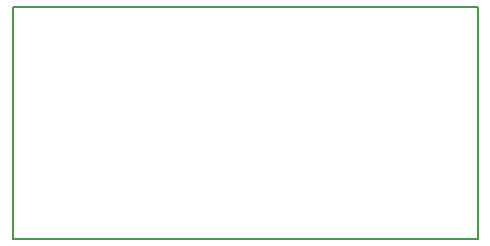
<source format=gko>
G04 #@! TF.FileFunction,Profile,NP*
%FSLAX46Y46*%
G04 Gerber Fmt 4.6, Leading zero omitted, Abs format (unit mm)*
G04 Created by KiCad (PCBNEW 4.0.4-stable) date Thu Oct  6 13:32:55 2016*
%MOMM*%
%LPD*%
G01*
G04 APERTURE LIST*
%ADD10C,0.100000*%
%ADD11C,0.150000*%
G04 APERTURE END LIST*
D10*
D11*
X166370000Y-64770000D02*
X127000000Y-64770000D01*
X127000000Y-84455000D02*
X166370000Y-84455000D01*
X127000000Y-64770000D02*
X127000000Y-84455000D01*
X166370000Y-64770000D02*
X166370000Y-84455000D01*
M02*

</source>
